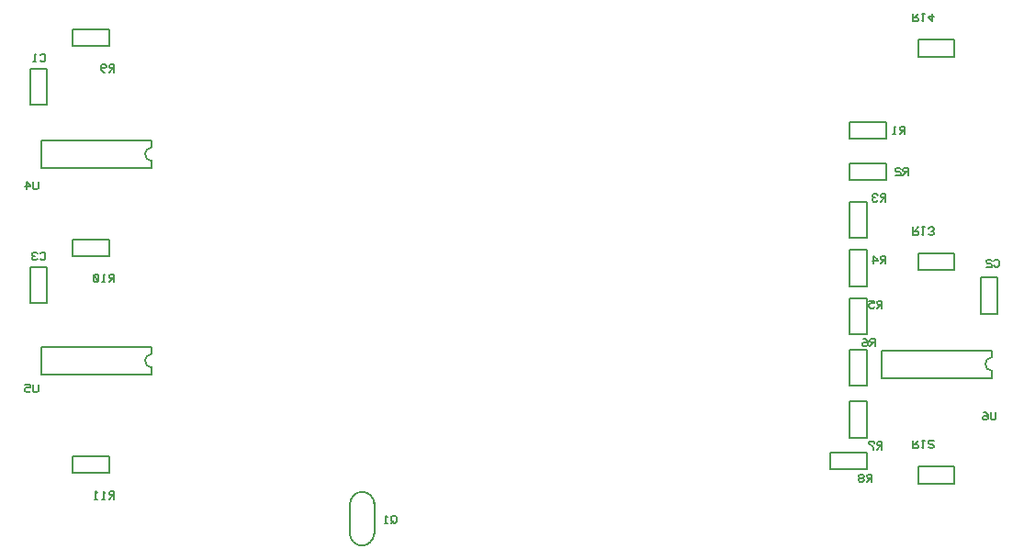
<source format=gbr>
G04 GERBER ASCII OUTPUT FROM: EDWINXP (VER. 1.61 REV. 20080315)*
G04 GERBER FORMAT: RX-274-X*
G04 BOARD: AMICUS_LED_SHIELD*
G04 ARTWORK OF SOLD.PRINT POSITIVE*
%ASAXBY*%
%FSLAX23Y23*%
%MIA0B0*%
%MOIN*%
%OFA0.0000B0.0000*%
%SFA1B1*%
%IJA0B0*%
%INLAYER31POS*%
%IOA0B0*%
%IPPOS*%
%IR0*%
G04 APERTURE MACROS*
%AMEDWDONUT*
1,1,$1,$2,$3*
1,0,$4,$2,$3*
%
%AMEDWFRECT*
20,1,$1,$2,$3,$4,$5,$6*
%
%AMEDWORECT*
20,1,$1,$2,$3,$4,$5,$10*
20,1,$1,$4,$5,$6,$7,$10*
20,1,$1,$6,$7,$8,$9,$10*
20,1,$1,$8,$9,$2,$3,$10*
1,1,$1,$2,$3*
1,1,$1,$4,$5*
1,1,$1,$6,$7*
1,1,$1,$8,$9*
%
%AMEDWLINER*
20,1,$1,$2,$3,$4,$5,$6*
1,1,$1,$2,$3*
1,1,$1,$4,$5*
%
%AMEDWFTRNG*
4,1,3,$1,$2,$3,$4,$5,$6,$7,$8,$9*
%
%AMEDWATRNG*
4,1,3,$1,$2,$3,$4,$5,$6,$7,$8,$9*
20,1,$11,$1,$2,$3,$4,$10*
20,1,$11,$3,$4,$5,$6,$10*
20,1,$11,$5,$6,$7,$8,$10*
1,1,$11,$3,$4*
1,1,$11,$5,$6*
1,1,$11,$7,$8*
%
%AMEDWOTRNG*
20,1,$1,$2,$3,$4,$5,$8*
20,1,$1,$4,$5,$6,$7,$8*
20,1,$1,$6,$7,$2,$3,$8*
1,1,$1,$2,$3*
1,1,$1,$4,$5*
1,1,$1,$6,$7*
%
G04*
G04 APERTURE LIST*
%ADD10R,0.0860X0.0860*%
%ADD11R,0.1100X0.1100*%
%ADD12R,0.0700X0.0700*%
%ADD13R,0.0940X0.0940*%
%ADD14R,0.06693X0.04724*%
%ADD15R,0.09093X0.07124*%
%ADD16R,0.05906X0.03937*%
%ADD17R,0.08306X0.06337*%
%ADD18R,0.0460X0.0500*%
%ADD19R,0.0700X0.0740*%
%ADD20R,0.0400X0.0440*%
%ADD21R,0.0640X0.0680*%
%ADD22R,0.0500X0.0460*%
%ADD23R,0.0740X0.0700*%
%ADD24R,0.0440X0.0400*%
%ADD25R,0.0680X0.0640*%
%ADD26R,0.0350X0.0900*%
%ADD27R,0.0590X0.1140*%
%ADD28R,0.0250X0.0800*%
%ADD29R,0.0490X0.1040*%
%ADD30C,0.00039*%
%ADD32C,0.0010*%
%ADD34C,0.00118*%
%ADD36C,0.0020*%
%ADD37R,0.0020X0.0020*%
%ADD38C,0.00295*%
%ADD39R,0.00295X0.00295*%
%ADD40C,0.0030*%
%ADD41R,0.0030X0.0030*%
%ADD42C,0.0040*%
%ADD43R,0.0040X0.0040*%
%ADD44C,0.00412*%
%ADD45R,0.00412X0.00412*%
%ADD46C,0.00468*%
%ADD47R,0.00468X0.00468*%
%ADD48C,0.00472*%
%ADD50C,0.0050*%
%ADD51R,0.0050X0.0050*%
%ADD52C,0.00512*%
%ADD53R,0.00512X0.00512*%
%ADD54C,0.00529*%
%ADD55R,0.00529X0.00529*%
%ADD56C,0.00591*%
%ADD57R,0.00591X0.00591*%
%ADD58C,0.00647*%
%ADD59R,0.00647X0.00647*%
%ADD60C,0.00659*%
%ADD61R,0.00659X0.00659*%
%ADD62C,0.00702*%
%ADD63R,0.00702X0.00702*%
%ADD64C,0.00706*%
%ADD65R,0.00706X0.00706*%
%ADD66C,0.0076*%
%ADD67R,0.0076X0.0076*%
%ADD68C,0.00787*%
%ADD69R,0.00787X0.00787*%
%ADD70C,0.00799*%
%ADD72C,0.0080*%
%ADD74C,0.00866*%
%ADD76C,0.00935*%
%ADD77R,0.00935X0.00935*%
%ADD78C,0.00984*%
%ADD79R,0.00984X0.00984*%
%ADD80C,0.00993*%
%ADD81R,0.00993X0.00993*%
%ADD82C,0.0100*%
%ADD83R,0.0100X0.0100*%
%ADD84C,0.01052*%
%ADD85R,0.01052X0.01052*%
%ADD86C,0.0111*%
%ADD87R,0.0111X0.0111*%
%ADD88C,0.01111*%
%ADD89R,0.01111X0.01111*%
%ADD90C,0.01169*%
%ADD91R,0.01169X0.01169*%
%ADD92C,0.01181*%
%ADD94C,0.0120*%
%ADD96C,0.0130*%
%ADD98C,0.01344*%
%ADD99R,0.01344X0.01344*%
%ADD100C,0.01345*%
%ADD101R,0.01345X0.01345*%
%ADD102C,0.01348*%
%ADD103R,0.01348X0.01348*%
%ADD104C,0.01403*%
%ADD105R,0.01403X0.01403*%
%ADD106C,0.01462*%
%ADD107R,0.01462X0.01462*%
%ADD108C,0.0150*%
%ADD109R,0.0150X0.0150*%
%ADD110C,0.01519*%
%ADD111R,0.01519X0.01519*%
%ADD112C,0.01575*%
%ADD114C,0.01579*%
%ADD115R,0.01579X0.01579*%
%ADD116C,0.0160*%
%ADD118C,0.01694*%
%ADD119R,0.01694X0.01694*%
%ADD120C,0.01699*%
%ADD121R,0.01699X0.01699*%
%ADD122C,0.01753*%
%ADD123R,0.01753X0.01753*%
%ADD124C,0.01754*%
%ADD125R,0.01754X0.01754*%
%ADD126C,0.0187*%
%ADD127R,0.0187X0.0187*%
%ADD128C,0.01871*%
%ADD129R,0.01871X0.01871*%
%ADD130C,0.01929*%
%ADD131R,0.01929X0.01929*%
%ADD132C,0.01969*%
%ADD133R,0.01969X0.01969*%
%ADD134C,0.02103*%
%ADD135R,0.02103X0.02103*%
%ADD136C,0.02105*%
%ADD137R,0.02105X0.02105*%
%ADD138C,0.02162*%
%ADD139R,0.02162X0.02162*%
%ADD140C,0.02163*%
%ADD141R,0.02163X0.02163*%
%ADD142C,0.02222*%
%ADD143R,0.02222X0.02222*%
%ADD144C,0.0228*%
%ADD145R,0.0228X0.0228*%
%ADD146C,0.02339*%
%ADD147R,0.02339X0.02339*%
%ADD148C,0.02362*%
%ADD149R,0.02362X0.02362*%
%ADD150C,0.0240*%
%ADD151R,0.0240X0.0240*%
%ADD152C,0.0240*%
%ADD153R,0.0240X0.0240*%
%ADD154C,0.02456*%
%ADD155R,0.02456X0.02456*%
%ADD156C,0.0250*%
%ADD157R,0.0250X0.0250*%
%ADD158C,0.02571*%
%ADD159R,0.02571X0.02571*%
%ADD160C,0.02688*%
%ADD161R,0.02688X0.02688*%
%ADD162C,0.02804*%
%ADD163R,0.02804X0.02804*%
%ADD164C,0.02868*%
%ADD165R,0.02868X0.02868*%
%ADD166C,0.0290*%
%ADD168C,0.02921*%
%ADD169R,0.02921X0.02921*%
%ADD170C,0.02991*%
%ADD171R,0.02991X0.02991*%
%ADD172C,0.0300*%
%ADD173R,0.0300X0.0300*%
%ADD174C,0.03038*%
%ADD175R,0.03038X0.03038*%
%ADD176C,0.03059*%
%ADD177R,0.03059X0.03059*%
%ADD178C,0.03102*%
%ADD179R,0.03102X0.03102*%
%ADD180C,0.03155*%
%ADD181R,0.03155X0.03155*%
%ADD182C,0.0316*%
%ADD183R,0.0316X0.0316*%
%ADD184C,0.03187*%
%ADD185R,0.03187X0.03187*%
%ADD186C,0.03199*%
%ADD187R,0.03199X0.03199*%
%ADD188C,0.0320*%
%ADD189R,0.0320X0.0320*%
%ADD190C,0.03266*%
%ADD192C,0.03272*%
%ADD193R,0.03272X0.03272*%
%ADD194C,0.0333*%
%ADD195R,0.0333X0.0333*%
%ADD196C,0.03335*%
%ADD197R,0.03335X0.03335*%
%ADD198C,0.03384*%
%ADD199R,0.03384X0.03384*%
%ADD200C,0.03391*%
%ADD201R,0.03391X0.03391*%
%ADD202C,0.03393*%
%ADD203R,0.03393X0.03393*%
%ADD204C,0.03452*%
%ADD205R,0.03452X0.03452*%
%ADD206C,0.0350*%
%ADD207R,0.0350X0.0350*%
%ADD208C,0.03506*%
%ADD209R,0.03506X0.03506*%
%ADD210C,0.0351*%
%ADD211R,0.0351X0.0351*%
%ADD212C,0.03511*%
%ADD213R,0.03511X0.03511*%
%ADD214C,0.03569*%
%ADD215R,0.03569X0.03569*%
%ADD216C,0.03581*%
%ADD218C,0.0360*%
%ADD220C,0.0370*%
%ADD222C,0.03739*%
%ADD223R,0.03739X0.03739*%
%ADD224C,0.03744*%
%ADD225R,0.03744X0.03744*%
%ADD226C,0.03745*%
%ADD227R,0.03745X0.03745*%
%ADD228C,0.03803*%
%ADD229R,0.03803X0.03803*%
%ADD230C,0.03862*%
%ADD231R,0.03862X0.03862*%
%ADD232C,0.0390*%
%ADD233R,0.0390X0.0390*%
%ADD234C,0.03919*%
%ADD235R,0.03919X0.03919*%
%ADD236C,0.03937*%
%ADD237R,0.03937X0.03937*%
%ADD238C,0.03973*%
%ADD239R,0.03973X0.03973*%
%ADD240C,0.03975*%
%ADD242C,0.03979*%
%ADD243R,0.03979X0.03979*%
%ADD244C,0.0400*%
%ADD245R,0.0400X0.0400*%
%ADD246C,0.0409*%
%ADD247R,0.0409X0.0409*%
%ADD248C,0.04094*%
%ADD249R,0.04094X0.04094*%
%ADD250C,0.04153*%
%ADD251R,0.04153X0.04153*%
%ADD252C,0.04154*%
%ADD253R,0.04154X0.04154*%
%ADD254C,0.04173*%
%ADD255R,0.04173X0.04173*%
%ADD256C,0.04209*%
%ADD257R,0.04209X0.04209*%
%ADD258C,0.0427*%
%ADD259R,0.0427X0.0427*%
%ADD260C,0.04271*%
%ADD261R,0.04271X0.04271*%
%ADD262C,0.04329*%
%ADD263R,0.04329X0.04329*%
%ADD264C,0.04385*%
%ADD265R,0.04385X0.04385*%
%ADD266C,0.0444*%
%ADD267R,0.0444X0.0444*%
%ADD268C,0.0450*%
%ADD269R,0.0450X0.0450*%
%ADD270C,0.04503*%
%ADD271R,0.04503X0.04503*%
%ADD272C,0.04505*%
%ADD273R,0.04505X0.04505*%
%ADD274C,0.04562*%
%ADD275R,0.04562X0.04562*%
%ADD276C,0.04563*%
%ADD277R,0.04563X0.04563*%
%ADD278C,0.04622*%
%ADD279R,0.04622X0.04622*%
%ADD280C,0.0468*%
%ADD281R,0.0468X0.0468*%
%ADD282C,0.0470*%
%ADD283R,0.0470X0.0470*%
%ADD284C,0.04739*%
%ADD285R,0.04739X0.04739*%
%ADD286C,0.04762*%
%ADD287R,0.04762X0.04762*%
%ADD288C,0.04856*%
%ADD289R,0.04856X0.04856*%
%ADD290C,0.0490*%
%ADD291R,0.0490X0.0490*%
%ADD292C,0.04908*%
%ADD293R,0.04908X0.04908*%
%ADD294C,0.04971*%
%ADD295R,0.04971X0.04971*%
%ADD296C,0.0500*%
%ADD297R,0.0500X0.0500*%
%ADD298C,0.05025*%
%ADD299R,0.05025X0.05025*%
%ADD300C,0.05088*%
%ADD301R,0.05088X0.05088*%
%ADD302C,0.05118*%
%ADD303R,0.05118X0.05118*%
%ADD304C,0.05141*%
%ADD305R,0.05141X0.05141*%
%ADD306C,0.05145*%
%ADD307R,0.05145X0.05145*%
%ADD308C,0.05204*%
%ADD309R,0.05204X0.05204*%
%ADD310C,0.05258*%
%ADD311R,0.05258X0.05258*%
%ADD312C,0.05321*%
%ADD313R,0.05321X0.05321*%
%ADD314C,0.05375*%
%ADD315R,0.05375X0.05375*%
%ADD316C,0.05438*%
%ADD317R,0.05438X0.05438*%
%ADD318C,0.0550*%
%ADD319R,0.0550X0.0550*%
%ADD320C,0.05555*%
%ADD321R,0.05555X0.05555*%
%ADD322C,0.0560*%
%ADD323R,0.0560X0.0560*%
%ADD324C,0.05613*%
%ADD325R,0.05613X0.05613*%
%ADD326C,0.05672*%
%ADD327R,0.05672X0.05672*%
%ADD328C,0.0570*%
%ADD329R,0.0570X0.0570*%
%ADD330C,0.05726*%
%ADD331R,0.05726X0.05726*%
%ADD332C,0.0573*%
%ADD333R,0.0573X0.0573*%
%ADD334C,0.05788*%
%ADD335R,0.05788X0.05788*%
%ADD336C,0.05791*%
%ADD337R,0.05791X0.05791*%
%ADD338C,0.05846*%
%ADD339R,0.05846X0.05846*%
%ADD340C,0.0590*%
%ADD341R,0.0590X0.0590*%
%ADD342C,0.05905*%
%ADD343R,0.05905X0.05905*%
%ADD344C,0.05906*%
%ADD345R,0.05906X0.05906*%
%ADD346C,0.0600*%
%ADD347R,0.0600X0.0600*%
%ADD348C,0.06139*%
%ADD349R,0.06139X0.06139*%
%ADD350C,0.0620*%
%ADD351R,0.0620X0.0620*%
%ADD352C,0.06201*%
%ADD353R,0.06201X0.06201*%
%ADD354C,0.06373*%
%ADD355R,0.06373X0.06373*%
%ADD356C,0.06485*%
%ADD357R,0.06485X0.06485*%
%ADD358C,0.0649*%
%ADD359R,0.0649X0.0649*%
%ADD360C,0.0650*%
%ADD361R,0.0650X0.0650*%
%ADD362C,0.06609*%
%ADD363R,0.06609X0.06609*%
%ADD364C,0.06693*%
%ADD365R,0.06693X0.06693*%
%ADD366C,0.06785*%
%ADD367R,0.06785X0.06785*%
%ADD368C,0.0684*%
%ADD369R,0.0684X0.0684*%
%ADD370C,0.0690*%
%ADD371R,0.0690X0.0690*%
%ADD372C,0.06906*%
%ADD373R,0.06906X0.06906*%
%ADD374C,0.06953*%
%ADD375R,0.06953X0.06953*%
%ADD376C,0.0700*%
%ADD377R,0.0700X0.0700*%
%ADD378C,0.0710*%
%ADD379R,0.0710X0.0710*%
%ADD380C,0.07308*%
%ADD381R,0.07308X0.07308*%
%ADD382C,0.0740*%
%ADD383R,0.0740X0.0740*%
%ADD384C,0.07425*%
%ADD385R,0.07425X0.07425*%
%ADD386C,0.0750*%
%ADD387R,0.0750X0.0750*%
%ADD388C,0.07541*%
%ADD389R,0.07541X0.07541*%
%ADD390C,0.07545*%
%ADD391R,0.07545X0.07545*%
%ADD392C,0.07598*%
%ADD394C,0.0760*%
%ADD396C,0.07658*%
%ADD397R,0.07658X0.07658*%
%ADD398C,0.07775*%
%ADD399R,0.07775X0.07775*%
%ADD400C,0.07874*%
%ADD402C,0.0790*%
%ADD403R,0.0790X0.0790*%
%ADD404C,0.0800*%
%ADD405R,0.0800X0.0800*%
%ADD406C,0.08013*%
%ADD407R,0.08013X0.08013*%
%ADD408C,0.0810*%
%ADD409R,0.0810X0.0810*%
%ADD410C,0.08126*%
%ADD411R,0.08126X0.08126*%
%ADD412C,0.08188*%
%ADD413R,0.08188X0.08188*%
%ADD414C,0.08246*%
%ADD415R,0.08246X0.08246*%
%ADD416C,0.08296*%
%ADD417R,0.08296X0.08296*%
%ADD418C,0.08305*%
%ADD419R,0.08305X0.08305*%
%ADD420C,0.08306*%
%ADD421R,0.08306X0.08306*%
%ADD422C,0.0840*%
%ADD423R,0.0840X0.0840*%
%ADD424C,0.08598*%
%ADD426C,0.0860*%
%ADD427R,0.0860X0.0860*%
%ADD428C,0.08601*%
%ADD429R,0.08601X0.08601*%
%ADD430C,0.0870*%
%ADD431R,0.0870X0.0870*%
%ADD432C,0.08828*%
%ADD433R,0.08828X0.08828*%
%ADD434C,0.08885*%
%ADD435R,0.08885X0.08885*%
%ADD436C,0.0890*%
%ADD437R,0.0890X0.0890*%
%ADD438C,0.0900*%
%ADD439R,0.0900X0.0900*%
%ADD440C,0.09062*%
%ADD441R,0.09062X0.09062*%
%ADD442C,0.09093*%
%ADD443R,0.09093X0.09093*%
%ADD444C,0.09237*%
%ADD445R,0.09237X0.09237*%
%ADD446C,0.09353*%
%ADD447R,0.09353X0.09353*%
%ADD448C,0.0940*%
%ADD449R,0.0940X0.0940*%
%ADD450C,0.0970*%
%ADD451R,0.0970X0.0970*%
%ADD452C,0.09705*%
%ADD453R,0.09705X0.09705*%
%ADD454C,0.09843*%
%ADD455R,0.09843X0.09843*%
%ADD456C,0.0990*%
%ADD457R,0.0990X0.0990*%
%ADD458C,0.09998*%
%ADD460C,0.1000*%
%ADD461R,0.1000X0.1000*%
%ADD462C,0.10274*%
%ADD464C,0.1040*%
%ADD465R,0.1040X0.1040*%
%ADD466C,0.10465*%
%ADD467R,0.10465X0.10465*%
%ADD468C,0.10696*%
%ADD469R,0.10696X0.10696*%
%ADD470C,0.10998*%
%ADD472C,0.1100*%
%ADD473R,0.1100X0.1100*%
%ADD474C,0.1110*%
%ADD475R,0.1110X0.1110*%
%ADD476C,0.1120*%
%ADD477R,0.1120X0.1120*%
%ADD478C,0.11228*%
%ADD479R,0.11228X0.11228*%
%ADD480C,0.1140*%
%ADD481R,0.1140X0.1140*%
%ADD482C,0.11462*%
%ADD483R,0.11462X0.11462*%
%ADD484C,0.1150*%
%ADD485R,0.1150X0.1150*%
%ADD486C,0.11637*%
%ADD487R,0.11637X0.11637*%
%ADD488C,0.1200*%
%ADD489R,0.1200X0.1200*%
%ADD490C,0.1210*%
%ADD491R,0.1210X0.1210*%
%ADD492C,0.12105*%
%ADD493R,0.12105X0.12105*%
%ADD494C,0.1240*%
%ADD495R,0.1240X0.1240*%
%ADD496C,0.1250*%
%ADD497R,0.1250X0.1250*%
%ADD498C,0.12865*%
%ADD499R,0.12865X0.12865*%
%ADD500C,0.12992*%
%ADD501R,0.12992X0.12992*%
%ADD502C,0.1300*%
%ADD503R,0.1300X0.1300*%
%ADD504C,0.13204*%
%ADD505R,0.13204X0.13204*%
%ADD506C,0.1340*%
%ADD507R,0.1340X0.1340*%
%ADD508C,0.13798*%
%ADD509R,0.13798X0.13798*%
%ADD510C,0.1390*%
%ADD511R,0.1390X0.1390*%
%ADD512C,0.1420*%
%ADD513R,0.1420X0.1420*%
%ADD514C,0.1440*%
%ADD515R,0.1440X0.1440*%
%ADD516C,0.1490*%
%ADD517R,0.1490X0.1490*%
%ADD518C,0.1520*%
%ADD519R,0.1520X0.1520*%
%ADD520C,0.15374*%
%ADD521R,0.15374X0.15374*%
%ADD522C,0.1540*%
%ADD523R,0.1540X0.1540*%
%ADD524C,0.15604*%
%ADD525R,0.15604X0.15604*%
%ADD526C,0.16198*%
%ADD527R,0.16198X0.16198*%
%ADD528C,0.1660*%
%ADD529R,0.1660X0.1660*%
%ADD530C,0.17323*%
%ADD532C,0.1760*%
%ADD533R,0.1760X0.1760*%
%ADD534C,0.17774*%
%ADD535R,0.17774X0.17774*%
%ADD536C,0.18504*%
%ADD538C,0.18898*%
%ADD540C,0.20904*%
%ADD542C,0.2126*%
%ADD544C,0.21298*%
%ADD546C,0.22217*%
%ADD547R,0.22217X0.22217*%
%ADD548C,0.22835*%
%ADD551R,0.23622X0.23622*%
%ADD553R,0.24617X0.24617*%
%ADD555R,0.24937X0.24937*%
%ADD557R,0.25257X0.25257*%
%ADD559R,0.26022X0.26022*%
%ADD561R,0.27337X0.27337*%
%ADD563R,0.27657X0.27657*%
%ADD565R,0.31496X0.31496*%
%ADD567R,0.32811X0.32811*%
%ADD569R,0.33266X0.33266*%
%ADD571R,0.33896X0.33896*%
%ADD573R,0.35211X0.35211*%
%ADD575R,0.35666X0.35666*%
%ADD577R,0.36574X0.36574*%
%ADD579R,0.38974X0.38974*%
%ADD581R,1.90361X1.90361*%
%ADD583R,1.92761X1.92761*%
G04*
D72* 
G75*
G01X1193Y89D02*
G03X1282Y88I44J-1D01*
G01*
G75*
G01X1282Y194D02*
G03X1193Y196I-44J1D01*
G01*
X1282Y88D02*
X1282Y201D01*
X1193Y83D02*
X1193Y196D01*
D56* 
X1363Y130D02*
X1363Y149D01*
X1358Y153D01*
X1348Y153D01*
X1344Y149D01*
X1344Y134D01*
X1353Y125D01*
X1358Y125D01*
X1363Y130D01*
X1353Y134D02*
X1344Y125D01*
X1329Y125D02*
X1320Y125D01*
X1325Y125D02*
X1325Y153D01*
X1329Y149D01*
D72* 
X94Y1644D02*
X33Y1644D01*
X33Y1775D01*
X94Y1775D01*
X94Y1644D01*
D56* 
X69Y1805D02*
X73Y1800D01*
X83Y1800D01*
X88Y1805D01*
X88Y1824D01*
X83Y1828D01*
X73Y1828D01*
X69Y1824D01*
X54Y1800D02*
X45Y1800D01*
X50Y1800D02*
X50Y1828D01*
X54Y1824D01*
D72* 
X3139Y1581D02*
X3139Y1520D01*
X3007Y1520D01*
X3007Y1581D01*
X3139Y1581D01*
D56* 
X3208Y1538D02*
X3208Y1566D01*
X3193Y1566D01*
X3189Y1561D01*
X3189Y1556D01*
X3193Y1552D01*
X3208Y1552D01*
X3203Y1552D02*
X3189Y1538D01*
X3174Y1538D02*
X3165Y1538D01*
X3170Y1538D02*
X3170Y1566D01*
X3174Y1561D01*
D72* 
X94Y924D02*
X33Y924D01*
X33Y1055D01*
X94Y1055D01*
X94Y924D01*
D56* 
X69Y1085D02*
X73Y1080D01*
X83Y1080D01*
X88Y1085D01*
X88Y1104D01*
X83Y1108D01*
X73Y1108D01*
X69Y1104D01*
X59Y1104D02*
X54Y1108D01*
X45Y1108D01*
X40Y1104D01*
X40Y1099D01*
X45Y1094D01*
X50Y1094D01*
X45Y1094D02*
X40Y1089D01*
X40Y1085D01*
X45Y1080D01*
X54Y1080D01*
X59Y1085D01*
D72* 
X3544Y886D02*
X3483Y886D01*
X3483Y1018D01*
X3544Y1018D01*
X3544Y886D01*
D56* 
X3531Y1060D02*
X3536Y1055D01*
X3545Y1055D01*
X3550Y1060D01*
X3550Y1079D01*
X3545Y1083D01*
X3536Y1083D01*
X3531Y1079D01*
X3522Y1079D02*
X3517Y1083D01*
X3507Y1083D01*
X3503Y1079D01*
X3503Y1074D01*
X3507Y1069D01*
X3517Y1069D01*
X3522Y1064D01*
X3522Y1055D01*
X3503Y1055D01*
D72* 
X3525Y728D02*
X3525Y753D01*
X3125Y753D01*
X3125Y653D01*
X3525Y653D01*
X3525Y678D01*
G75*
G01X3525Y728D02*
G03X3525Y678I0J-25D01*
G01*
D56* 
X3538Y528D02*
X3538Y505D01*
X3533Y500D01*
X3523Y500D01*
X3519Y505D01*
X3519Y528D01*
X3509Y509D02*
X3504Y514D01*
X3495Y514D01*
X3490Y509D01*
X3490Y505D01*
X3495Y500D01*
X3504Y500D01*
X3509Y505D01*
X3509Y519D01*
X3500Y528D01*
X3495Y528D01*
D72* 
X475Y740D02*
X475Y765D01*
X75Y765D01*
X75Y665D01*
X475Y665D01*
X475Y690D01*
G75*
G01X475Y740D02*
G03X475Y690I0J-25D01*
G01*
D56* 
X63Y628D02*
X63Y605D01*
X58Y600D01*
X48Y600D01*
X44Y605D01*
X44Y628D01*
X34Y605D02*
X29Y600D01*
X20Y600D01*
X15Y605D01*
X15Y614D01*
X20Y619D01*
X34Y619D01*
X34Y628D01*
X15Y628D01*
D72* 
X475Y1490D02*
X475Y1515D01*
X75Y1515D01*
X75Y1415D01*
X475Y1415D01*
X475Y1440D01*
G75*
G01X475Y1490D02*
G03X475Y1440I0J-25D01*
G01*
D56* 
X63Y1366D02*
X63Y1342D01*
X58Y1338D01*
X48Y1338D01*
X44Y1342D01*
X44Y1366D01*
X15Y1347D02*
X34Y1347D01*
X34Y1352D01*
X20Y1366D01*
X20Y1338D01*
D72* 
X3139Y1431D02*
X3139Y1370D01*
X3007Y1370D01*
X3007Y1431D01*
X3139Y1431D01*
D56* 
X3220Y1388D02*
X3220Y1416D01*
X3206Y1416D01*
X3201Y1411D01*
X3201Y1406D01*
X3206Y1402D01*
X3220Y1402D01*
X3215Y1402D02*
X3201Y1388D01*
X3192Y1411D02*
X3187Y1416D01*
X3177Y1416D01*
X3173Y1411D01*
X3173Y1406D01*
X3177Y1402D01*
X3187Y1402D01*
X3192Y1397D01*
X3192Y1388D01*
X3173Y1388D01*
D72* 
X3069Y1161D02*
X3008Y1161D01*
X3008Y1293D01*
X3069Y1293D01*
X3069Y1161D01*
D56* 
X3138Y1293D02*
X3138Y1321D01*
X3123Y1321D01*
X3119Y1316D01*
X3119Y1311D01*
X3123Y1307D01*
X3138Y1307D01*
X3133Y1307D02*
X3119Y1293D01*
X3109Y1316D02*
X3104Y1321D01*
X3095Y1321D01*
X3090Y1316D01*
X3090Y1311D01*
X3095Y1307D01*
X3100Y1307D01*
X3095Y1307D02*
X3090Y1302D01*
X3090Y1297D01*
X3095Y1293D01*
X3104Y1293D01*
X3109Y1297D01*
D72* 
X3069Y986D02*
X3008Y986D01*
X3008Y1118D01*
X3069Y1118D01*
X3069Y986D01*
D56* 
X3138Y1068D02*
X3138Y1096D01*
X3123Y1096D01*
X3119Y1091D01*
X3119Y1086D01*
X3123Y1082D01*
X3138Y1082D01*
X3133Y1082D02*
X3119Y1068D01*
X3090Y1077D02*
X3109Y1077D01*
X3109Y1082D01*
X3095Y1096D01*
X3095Y1068D01*
D72* 
X3069Y811D02*
X3008Y811D01*
X3008Y943D01*
X3069Y943D01*
X3069Y811D01*
D56* 
X3125Y905D02*
X3125Y933D01*
X3111Y933D01*
X3106Y929D01*
X3106Y924D01*
X3111Y919D01*
X3125Y919D01*
X3120Y919D02*
X3106Y905D01*
X3097Y910D02*
X3092Y905D01*
X3082Y905D01*
X3078Y910D01*
X3078Y919D01*
X3082Y924D01*
X3097Y924D01*
X3097Y933D01*
X3078Y933D01*
D72* 
X3069Y624D02*
X3008Y624D01*
X3008Y755D01*
X3069Y755D01*
X3069Y624D01*
D56* 
X3100Y768D02*
X3100Y796D01*
X3086Y796D01*
X3081Y791D01*
X3081Y786D01*
X3086Y782D01*
X3100Y782D01*
X3095Y782D02*
X3081Y768D01*
X3072Y777D02*
X3067Y782D01*
X3057Y782D01*
X3053Y777D01*
X3053Y772D01*
X3057Y768D01*
X3067Y768D01*
X3072Y772D01*
X3072Y786D01*
X3062Y796D01*
X3057Y796D01*
D72* 
X3069Y436D02*
X3008Y436D01*
X3008Y568D01*
X3069Y568D01*
X3069Y436D01*
D56* 
X3125Y393D02*
X3125Y421D01*
X3111Y421D01*
X3106Y416D01*
X3106Y411D01*
X3111Y407D01*
X3125Y407D01*
X3120Y407D02*
X3106Y393D01*
X3092Y393D02*
X3092Y402D01*
X3078Y416D01*
X3078Y421D01*
X3097Y421D01*
X3097Y416D01*
D72* 
X3069Y381D02*
X3069Y320D01*
X2937Y320D01*
X2937Y381D01*
X3069Y381D01*
D56* 
X3088Y275D02*
X3088Y303D01*
X3073Y303D01*
X3069Y299D01*
X3069Y294D01*
X3073Y289D01*
X3088Y289D01*
X3083Y289D02*
X3069Y275D01*
X3059Y280D02*
X3059Y284D01*
X3054Y289D01*
X3045Y289D01*
X3040Y294D01*
X3040Y299D01*
X3045Y303D01*
X3054Y303D01*
X3059Y299D01*
X3059Y294D01*
X3054Y289D01*
X3045Y289D02*
X3040Y284D01*
X3040Y280D01*
X3045Y275D01*
X3054Y275D01*
X3059Y280D01*
D72* 
X3256Y1819D02*
X3256Y1880D01*
X3388Y1880D01*
X3388Y1819D01*
X3256Y1819D01*
D56* 
X3238Y1975D02*
X3238Y1947D01*
X3252Y1947D01*
X3256Y1951D01*
X3256Y1956D01*
X3252Y1961D01*
X3238Y1961D01*
X3242Y1961D02*
X3256Y1975D01*
X3271Y1975D02*
X3280Y1975D01*
X3275Y1975D02*
X3275Y1947D01*
X3271Y1951D01*
X3313Y1966D02*
X3294Y1966D01*
X3294Y1961D01*
X3308Y1947D01*
X3308Y1975D01*
D72* 
X3256Y1044D02*
X3256Y1105D01*
X3388Y1105D01*
X3388Y1044D01*
X3256Y1044D01*
D56* 
X3238Y1200D02*
X3238Y1172D01*
X3252Y1172D01*
X3256Y1176D01*
X3256Y1181D01*
X3252Y1186D01*
X3238Y1186D01*
X3242Y1186D02*
X3256Y1200D01*
X3271Y1200D02*
X3280Y1200D01*
X3275Y1200D02*
X3275Y1172D01*
X3271Y1176D01*
X3294Y1176D02*
X3299Y1172D01*
X3308Y1172D01*
X3313Y1176D01*
X3313Y1181D01*
X3308Y1186D01*
X3304Y1186D01*
X3308Y1186D02*
X3313Y1191D01*
X3313Y1195D01*
X3308Y1200D01*
X3299Y1200D01*
X3294Y1195D01*
D72* 
X3256Y269D02*
X3256Y330D01*
X3388Y330D01*
X3388Y269D01*
X3256Y269D01*
D56* 
X3238Y425D02*
X3238Y397D01*
X3252Y397D01*
X3256Y401D01*
X3256Y406D01*
X3252Y411D01*
X3238Y411D01*
X3242Y411D02*
X3256Y425D01*
X3271Y425D02*
X3280Y425D01*
X3275Y425D02*
X3275Y397D01*
X3271Y401D01*
X3294Y401D02*
X3299Y397D01*
X3308Y397D01*
X3313Y401D01*
X3313Y406D01*
X3308Y411D01*
X3299Y411D01*
X3294Y416D01*
X3294Y425D01*
X3313Y425D01*
D72* 
X319Y369D02*
X319Y308D01*
X187Y308D01*
X187Y369D01*
X319Y369D01*
D56* 
X338Y213D02*
X338Y241D01*
X323Y241D01*
X319Y236D01*
X319Y231D01*
X323Y227D01*
X338Y227D01*
X333Y227D02*
X319Y213D01*
X304Y213D02*
X295Y213D01*
X300Y213D02*
X300Y241D01*
X304Y236D01*
X276Y213D02*
X267Y213D01*
X271Y213D02*
X271Y241D01*
X276Y236D01*
D72* 
X319Y1156D02*
X319Y1095D01*
X187Y1095D01*
X187Y1156D01*
X319Y1156D01*
D56* 
X338Y1000D02*
X338Y1028D01*
X323Y1028D01*
X319Y1024D01*
X319Y1019D01*
X323Y1014D01*
X338Y1014D01*
X333Y1014D02*
X319Y1000D01*
X304Y1000D02*
X295Y1000D01*
X300Y1000D02*
X300Y1028D01*
X304Y1024D01*
X281Y1005D02*
X281Y1024D01*
X276Y1028D01*
X267Y1028D01*
X262Y1024D01*
X262Y1005D01*
X267Y1000D01*
X276Y1000D01*
X281Y1005D01*
X262Y1024D01*
D72* 
X319Y1919D02*
X319Y1858D01*
X187Y1858D01*
X187Y1919D01*
X319Y1919D01*
D56* 
X338Y1763D02*
X338Y1791D01*
X323Y1791D01*
X319Y1786D01*
X319Y1781D01*
X323Y1777D01*
X338Y1777D01*
X333Y1777D02*
X319Y1763D01*
X304Y1763D02*
X300Y1763D01*
X290Y1772D01*
X290Y1786D01*
X295Y1791D01*
X304Y1791D01*
X309Y1786D01*
X309Y1781D01*
X304Y1777D01*
X295Y1777D01*
X290Y1781D01*
M02*

</source>
